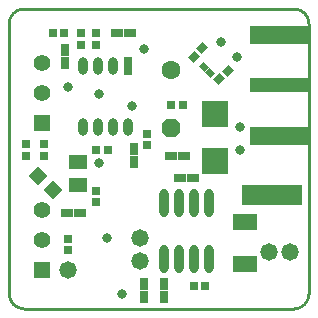
<source format=gts>
G04 Layer_Color=8388736*
%FSLAX44Y44*%
%MOMM*%
G71*
G01*
G75*
%ADD29C,0.2540*%
%ADD42R,5.2032X1.6762*%
G04:AMPARAMS|DCode=43|XSize=0.7032mm|YSize=0.8032mm|CornerRadius=0mm|HoleSize=0mm|Usage=FLASHONLY|Rotation=315.000|XOffset=0mm|YOffset=0mm|HoleType=Round|Shape=Rectangle|*
%AMROTATEDRECTD43*
4,1,4,-0.5326,-0.0353,0.0353,0.5326,0.5326,0.0353,-0.0353,-0.5326,-0.5326,-0.0353,0.0*
%
%ADD43ROTATEDRECTD43*%

G04:AMPARAMS|DCode=44|XSize=0.5032mm|YSize=0.7032mm|CornerRadius=0mm|HoleSize=0mm|Usage=FLASHONLY|Rotation=45.000|XOffset=0mm|YOffset=0mm|HoleType=Round|Shape=Rectangle|*
%AMROTATEDRECTD44*
4,1,4,0.0707,-0.4265,-0.4265,0.0707,-0.0707,0.4265,0.4265,-0.0707,0.0707,-0.4265,0.0*
%
%ADD44ROTATEDRECTD44*%

%ADD45R,0.7032X0.8032*%
%ADD46R,2.2032X2.2032*%
%ADD47R,5.2032X1.2032*%
%ADD48R,5.2032X1.6032*%
%ADD49R,2.0032X1.4032*%
%ADD50R,0.8032X1.0032*%
%ADD51R,0.8032X0.7032*%
%ADD52R,1.0032X0.8032*%
%ADD53R,1.5032X1.2532*%
%ADD54O,0.8032X2.4032*%
%ADD55R,0.8032X1.5032*%
%ADD56O,0.8032X1.5032*%
G04:AMPARAMS|DCode=57|XSize=1.1532mm|YSize=1.1032mm|CornerRadius=0mm|HoleSize=0mm|Usage=FLASHONLY|Rotation=45.000|XOffset=0mm|YOffset=0mm|HoleType=Round|Shape=Rectangle|*
%AMROTATEDRECTD57*
4,1,4,-0.0177,-0.7978,-0.7978,-0.0177,0.0177,0.7978,0.7978,0.0177,-0.0177,-0.7978,0.0*
%
%ADD57ROTATEDRECTD57*%

%ADD58P,1.7353X8X112.5*%
%ADD59C,1.6032*%
%ADD60R,1.4032X1.4032*%
%ADD61C,1.4032*%
%ADD62C,0.8032*%
%ADD63C,1.4732*%
D29*
X12700Y254000D02*
G03*
X0Y241300I0J-12700D01*
G01*
X254000D02*
G03*
X241300Y254000I-12700J0D01*
G01*
Y0D02*
G03*
X254000Y12700I0J12700D01*
G01*
X0D02*
G03*
X12700Y0I12700J0D01*
G01*
X0Y130810D02*
Y241300D01*
X12700Y254000D02*
X241300D01*
X254000Y12700D02*
Y241300D01*
X12700Y0D02*
X241300D01*
X0Y12700D02*
Y132080D01*
D42*
X222250Y96520D02*
D03*
D43*
X178074Y194584D02*
D03*
X185146Y201656D02*
D03*
X156484Y213634D02*
D03*
X163556Y220706D02*
D03*
D44*
X165165Y204405D02*
D03*
X170115Y199455D02*
D03*
D45*
X116840Y138510D02*
D03*
Y148510D02*
D03*
X49530Y49610D02*
D03*
Y59610D02*
D03*
X60960Y223600D02*
D03*
Y233600D02*
D03*
X73660Y223600D02*
D03*
Y233600D02*
D03*
Y100250D02*
D03*
Y90250D02*
D03*
X13970Y129620D02*
D03*
Y139620D02*
D03*
X29210Y129620D02*
D03*
Y139620D02*
D03*
D46*
X173990Y124990D02*
D03*
Y164990D02*
D03*
D47*
X229000Y189230D02*
D03*
D48*
Y231730D02*
D03*
Y146730D02*
D03*
D49*
X199390Y38380D02*
D03*
Y73380D02*
D03*
D50*
X114300Y20740D02*
D03*
Y9740D02*
D03*
X105410Y124040D02*
D03*
Y135040D02*
D03*
X46990Y207860D02*
D03*
Y218860D02*
D03*
X130810Y9740D02*
D03*
Y20740D02*
D03*
D51*
X166290Y19050D02*
D03*
X156290D02*
D03*
X137240Y172720D02*
D03*
X147240D02*
D03*
X83740Y134620D02*
D03*
X73740D02*
D03*
X46910Y233680D02*
D03*
X36910D02*
D03*
D52*
X155360Y110490D02*
D03*
X144360D02*
D03*
X60110Y81280D02*
D03*
X49110D02*
D03*
X147740Y129540D02*
D03*
X136740D02*
D03*
X102020Y233680D02*
D03*
X91020D02*
D03*
D53*
X58420Y124050D02*
D03*
Y104550D02*
D03*
D54*
X168910Y90040D02*
D03*
X156210D02*
D03*
X143510D02*
D03*
X130810D02*
D03*
X168910Y42040D02*
D03*
X156210D02*
D03*
X143510D02*
D03*
X130810D02*
D03*
D55*
X100330Y205670D02*
D03*
D56*
X87630D02*
D03*
X74930D02*
D03*
X62230D02*
D03*
X100330Y153670D02*
D03*
X87630Y153670D02*
D03*
X74930Y153670D02*
D03*
X62230Y153670D02*
D03*
D57*
X36830Y100330D02*
D03*
X24809Y112351D02*
D03*
D58*
X137160Y153400D02*
D03*
D59*
Y202200D02*
D03*
D60*
X27940Y157480D02*
D03*
Y33020D02*
D03*
D61*
Y182880D02*
D03*
Y208280D02*
D03*
Y58420D02*
D03*
Y83820D02*
D03*
D62*
X193040Y213360D02*
D03*
X76200Y123190D02*
D03*
X114300Y219710D02*
D03*
X195580Y153670D02*
D03*
X49530Y187960D02*
D03*
X82550Y59690D02*
D03*
X95250Y12700D02*
D03*
X104140Y171450D02*
D03*
X179070Y226060D02*
D03*
X195580Y134620D02*
D03*
X76200Y181610D02*
D03*
D63*
X237490Y48260D02*
D03*
X219710D02*
D03*
X110490Y40640D02*
D03*
Y59690D02*
D03*
X49530Y33020D02*
D03*
M02*

</source>
